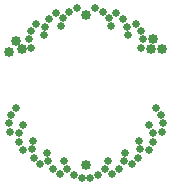
<source format=gbs>
G75*
%MOIN*%
%OFA0B0*%
%FSLAX25Y25*%
%IPPOS*%
%LPD*%
%AMOC8*
5,1,8,0,0,1.08239X$1,22.5*
%
%ADD10C,0.03353*%
%ADD11C,0.02500*%
D10*
X0054596Y0034911D03*
X0033258Y0073494D03*
X0031171Y0076250D03*
X0028967Y0072667D03*
X0054596Y0084911D03*
X0077037Y0077037D03*
X0076250Y0073494D03*
X0079793Y0073494D03*
D11*
X0033568Y0039913D03*
X0032384Y0042555D03*
X0032280Y0045477D03*
X0033492Y0048126D03*
X0029559Y0051711D03*
X0031415Y0053957D03*
X0028904Y0048862D03*
X0029363Y0046004D03*
X0036522Y0040159D03*
X0037006Y0043032D03*
X0037379Y0037364D03*
X0039205Y0035118D03*
X0041995Y0036121D03*
X0043546Y0033643D03*
X0045892Y0031946D03*
X0048327Y0033636D03*
X0050467Y0031644D03*
X0053172Y0030612D03*
X0056021Y0030612D03*
X0058726Y0031644D03*
X0060866Y0033636D03*
X0061882Y0036366D03*
X0063301Y0031946D03*
X0065647Y0033643D03*
X0067198Y0036121D03*
X0067473Y0039021D03*
X0069988Y0035118D03*
X0071814Y0037364D03*
X0072671Y0040159D03*
X0072187Y0043032D03*
X0075625Y0039913D03*
X0076809Y0042555D03*
X0076913Y0045477D03*
X0075701Y0048126D03*
X0079830Y0046004D03*
X0080289Y0048862D03*
X0079634Y0051711D03*
X0077778Y0053957D03*
X0072994Y0073880D03*
X0073629Y0076723D03*
X0072919Y0079559D03*
X0071213Y0081898D03*
X0068374Y0081043D03*
X0066955Y0083598D03*
X0064701Y0085416D03*
X0062181Y0083855D03*
X0063053Y0081076D03*
X0060148Y0085956D03*
X0057501Y0087129D03*
X0051692Y0087129D03*
X0049045Y0085956D03*
X0047012Y0083855D03*
X0046140Y0081076D03*
X0044492Y0085416D03*
X0042238Y0083598D03*
X0040819Y0081043D03*
X0040695Y0078132D03*
X0037980Y0081898D03*
X0036274Y0079559D03*
X0035564Y0076723D03*
X0036199Y0073880D03*
X0068497Y0078132D03*
X0041720Y0039021D03*
X0047311Y0036366D03*
M02*

</source>
